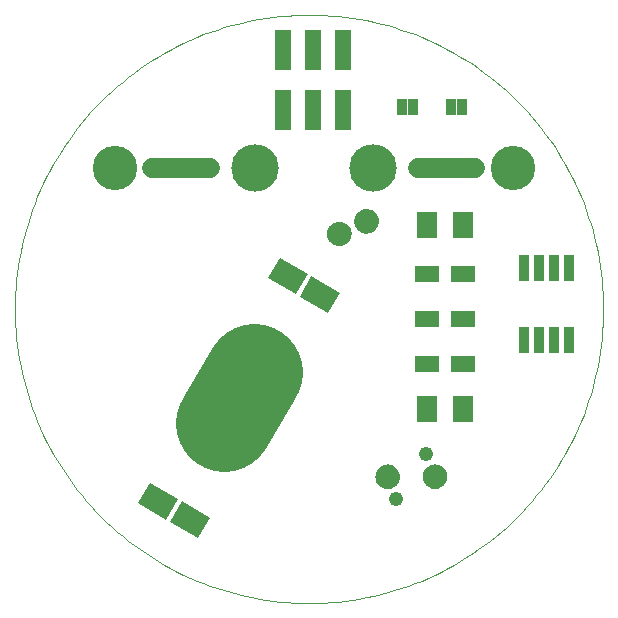
<source format=gbs>
G75*
%MOIN*%
%OFA0B0*%
%FSLAX25Y25*%
%IPPOS*%
%LPD*%
%AMOC8*
5,1,8,0,0,1.08239X$1,22.5*
%
%ADD10C,0.00197*%
%ADD11R,0.03400X0.08800*%
%ADD12C,0.00500*%
%ADD13R,0.07887X0.05524*%
%ADD14R,0.06706X0.08674*%
%ADD15R,0.10800X0.07800*%
%ADD16C,0.32296*%
%ADD17R,0.03300X0.05800*%
%ADD18C,0.15800*%
%ADD19C,0.14800*%
%ADD20C,0.06706*%
%ADD21R,0.05800X0.13800*%
%ADD22C,0.04762*%
D10*
X0003144Y0099925D02*
X0003174Y0102331D01*
X0003262Y0104735D01*
X0003410Y0107137D01*
X0003616Y0109534D01*
X0003881Y0111925D01*
X0004205Y0114309D01*
X0004587Y0116685D01*
X0005028Y0119050D01*
X0005526Y0121404D01*
X0006082Y0123745D01*
X0006695Y0126071D01*
X0007365Y0128382D01*
X0008092Y0130676D01*
X0008874Y0132951D01*
X0009713Y0135206D01*
X0010606Y0137440D01*
X0011554Y0139651D01*
X0012556Y0141839D01*
X0013611Y0144001D01*
X0014719Y0146136D01*
X0015880Y0148244D01*
X0017091Y0150323D01*
X0018353Y0152371D01*
X0019665Y0154388D01*
X0021026Y0156372D01*
X0022436Y0158322D01*
X0023893Y0160237D01*
X0025396Y0162115D01*
X0026945Y0163956D01*
X0028539Y0165759D01*
X0030176Y0167521D01*
X0031857Y0169243D01*
X0033579Y0170924D01*
X0035341Y0172561D01*
X0037144Y0174155D01*
X0038985Y0175704D01*
X0040863Y0177207D01*
X0042778Y0178664D01*
X0044728Y0180074D01*
X0046712Y0181435D01*
X0048729Y0182747D01*
X0050777Y0184009D01*
X0052856Y0185220D01*
X0054964Y0186381D01*
X0057099Y0187489D01*
X0059261Y0188544D01*
X0061449Y0189546D01*
X0063660Y0190494D01*
X0065894Y0191387D01*
X0068149Y0192226D01*
X0070424Y0193008D01*
X0072718Y0193735D01*
X0075029Y0194405D01*
X0077355Y0195018D01*
X0079696Y0195574D01*
X0082050Y0196072D01*
X0084415Y0196513D01*
X0086791Y0196895D01*
X0089175Y0197219D01*
X0091566Y0197484D01*
X0093963Y0197690D01*
X0096365Y0197838D01*
X0098769Y0197926D01*
X0101175Y0197956D01*
X0103581Y0197926D01*
X0105985Y0197838D01*
X0108387Y0197690D01*
X0110784Y0197484D01*
X0113175Y0197219D01*
X0115559Y0196895D01*
X0117935Y0196513D01*
X0120300Y0196072D01*
X0122654Y0195574D01*
X0124995Y0195018D01*
X0127321Y0194405D01*
X0129632Y0193735D01*
X0131926Y0193008D01*
X0134201Y0192226D01*
X0136456Y0191387D01*
X0138690Y0190494D01*
X0140901Y0189546D01*
X0143089Y0188544D01*
X0145251Y0187489D01*
X0147386Y0186381D01*
X0149494Y0185220D01*
X0151573Y0184009D01*
X0153621Y0182747D01*
X0155638Y0181435D01*
X0157622Y0180074D01*
X0159572Y0178664D01*
X0161487Y0177207D01*
X0163365Y0175704D01*
X0165206Y0174155D01*
X0167009Y0172561D01*
X0168771Y0170924D01*
X0170493Y0169243D01*
X0172174Y0167521D01*
X0173811Y0165759D01*
X0175405Y0163956D01*
X0176954Y0162115D01*
X0178457Y0160237D01*
X0179914Y0158322D01*
X0181324Y0156372D01*
X0182685Y0154388D01*
X0183997Y0152371D01*
X0185259Y0150323D01*
X0186470Y0148244D01*
X0187631Y0146136D01*
X0188739Y0144001D01*
X0189794Y0141839D01*
X0190796Y0139651D01*
X0191744Y0137440D01*
X0192637Y0135206D01*
X0193476Y0132951D01*
X0194258Y0130676D01*
X0194985Y0128382D01*
X0195655Y0126071D01*
X0196268Y0123745D01*
X0196824Y0121404D01*
X0197322Y0119050D01*
X0197763Y0116685D01*
X0198145Y0114309D01*
X0198469Y0111925D01*
X0198734Y0109534D01*
X0198940Y0107137D01*
X0199088Y0104735D01*
X0199176Y0102331D01*
X0199206Y0099925D01*
X0199176Y0097519D01*
X0199088Y0095115D01*
X0198940Y0092713D01*
X0198734Y0090316D01*
X0198469Y0087925D01*
X0198145Y0085541D01*
X0197763Y0083165D01*
X0197322Y0080800D01*
X0196824Y0078446D01*
X0196268Y0076105D01*
X0195655Y0073779D01*
X0194985Y0071468D01*
X0194258Y0069174D01*
X0193476Y0066899D01*
X0192637Y0064644D01*
X0191744Y0062410D01*
X0190796Y0060199D01*
X0189794Y0058011D01*
X0188739Y0055849D01*
X0187631Y0053714D01*
X0186470Y0051606D01*
X0185259Y0049527D01*
X0183997Y0047479D01*
X0182685Y0045462D01*
X0181324Y0043478D01*
X0179914Y0041528D01*
X0178457Y0039613D01*
X0176954Y0037735D01*
X0175405Y0035894D01*
X0173811Y0034091D01*
X0172174Y0032329D01*
X0170493Y0030607D01*
X0168771Y0028926D01*
X0167009Y0027289D01*
X0165206Y0025695D01*
X0163365Y0024146D01*
X0161487Y0022643D01*
X0159572Y0021186D01*
X0157622Y0019776D01*
X0155638Y0018415D01*
X0153621Y0017103D01*
X0151573Y0015841D01*
X0149494Y0014630D01*
X0147386Y0013469D01*
X0145251Y0012361D01*
X0143089Y0011306D01*
X0140901Y0010304D01*
X0138690Y0009356D01*
X0136456Y0008463D01*
X0134201Y0007624D01*
X0131926Y0006842D01*
X0129632Y0006115D01*
X0127321Y0005445D01*
X0124995Y0004832D01*
X0122654Y0004276D01*
X0120300Y0003778D01*
X0117935Y0003337D01*
X0115559Y0002955D01*
X0113175Y0002631D01*
X0110784Y0002366D01*
X0108387Y0002160D01*
X0105985Y0002012D01*
X0103581Y0001924D01*
X0101175Y0001894D01*
X0098769Y0001924D01*
X0096365Y0002012D01*
X0093963Y0002160D01*
X0091566Y0002366D01*
X0089175Y0002631D01*
X0086791Y0002955D01*
X0084415Y0003337D01*
X0082050Y0003778D01*
X0079696Y0004276D01*
X0077355Y0004832D01*
X0075029Y0005445D01*
X0072718Y0006115D01*
X0070424Y0006842D01*
X0068149Y0007624D01*
X0065894Y0008463D01*
X0063660Y0009356D01*
X0061449Y0010304D01*
X0059261Y0011306D01*
X0057099Y0012361D01*
X0054964Y0013469D01*
X0052856Y0014630D01*
X0050777Y0015841D01*
X0048729Y0017103D01*
X0046712Y0018415D01*
X0044728Y0019776D01*
X0042778Y0021186D01*
X0040863Y0022643D01*
X0038985Y0024146D01*
X0037144Y0025695D01*
X0035341Y0027289D01*
X0033579Y0028926D01*
X0031857Y0030607D01*
X0030176Y0032329D01*
X0028539Y0034091D01*
X0026945Y0035894D01*
X0025396Y0037735D01*
X0023893Y0039613D01*
X0022436Y0041528D01*
X0021026Y0043478D01*
X0019665Y0045462D01*
X0018353Y0047479D01*
X0017091Y0049527D01*
X0015880Y0051606D01*
X0014719Y0053714D01*
X0013611Y0055849D01*
X0012556Y0058011D01*
X0011554Y0060199D01*
X0010606Y0062410D01*
X0009713Y0064644D01*
X0008874Y0066899D01*
X0008092Y0069174D01*
X0007365Y0071468D01*
X0006695Y0073779D01*
X0006082Y0076105D01*
X0005526Y0078446D01*
X0005028Y0080800D01*
X0004587Y0083165D01*
X0004205Y0085541D01*
X0003881Y0087925D01*
X0003616Y0090316D01*
X0003410Y0092713D01*
X0003262Y0095115D01*
X0003174Y0097519D01*
X0003144Y0099925D01*
D11*
X0172750Y0089400D03*
X0177750Y0089400D03*
X0182750Y0089400D03*
X0187750Y0089400D03*
X0187750Y0113600D03*
X0182750Y0113600D03*
X0177750Y0113600D03*
X0172750Y0113600D03*
D12*
X0123846Y0127727D02*
X0124040Y0128424D01*
X0124095Y0129145D01*
X0124008Y0129864D01*
X0123782Y0130551D01*
X0123466Y0131132D01*
X0123053Y0131649D01*
X0122557Y0132087D01*
X0121993Y0132432D01*
X0121377Y0132674D01*
X0120728Y0132805D01*
X0120067Y0132822D01*
X0119413Y0132723D01*
X0118786Y0132512D01*
X0118213Y0132181D01*
X0117707Y0131755D01*
X0117282Y0131248D01*
X0116952Y0130674D01*
X0116727Y0130052D01*
X0116613Y0129400D01*
X0116614Y0128739D01*
X0116730Y0128088D01*
X0116957Y0127466D01*
X0117330Y0126841D01*
X0117817Y0126301D01*
X0118400Y0125867D01*
X0119056Y0125554D01*
X0119762Y0125375D01*
X0120488Y0125338D01*
X0121208Y0125443D01*
X0121893Y0125686D01*
X0122523Y0126041D01*
X0123072Y0126512D01*
X0123519Y0127082D01*
X0123846Y0127727D01*
X0123793Y0127623D02*
X0116900Y0127623D01*
X0116724Y0128122D02*
X0123956Y0128122D01*
X0124055Y0128620D02*
X0116635Y0128620D01*
X0116614Y0129119D02*
X0124093Y0129119D01*
X0124038Y0129617D02*
X0116651Y0129617D01*
X0116750Y0130116D02*
X0123925Y0130116D01*
X0123748Y0130614D02*
X0116931Y0130614D01*
X0117205Y0131113D02*
X0123476Y0131113D01*
X0123084Y0131611D02*
X0117587Y0131611D01*
X0118129Y0132110D02*
X0122520Y0132110D01*
X0121544Y0132608D02*
X0119072Y0132608D01*
X0113947Y0127518D02*
X0114359Y0127001D01*
X0114675Y0126420D01*
X0114901Y0125733D01*
X0114988Y0125014D01*
X0114933Y0124293D01*
X0114739Y0123596D01*
X0114412Y0122951D01*
X0113966Y0122381D01*
X0113417Y0121910D01*
X0112786Y0121555D01*
X0112101Y0121312D01*
X0111381Y0121207D01*
X0110655Y0121244D01*
X0109950Y0121423D01*
X0109293Y0121736D01*
X0108710Y0122170D01*
X0108223Y0122710D01*
X0107850Y0123335D01*
X0107623Y0123957D01*
X0107507Y0124608D01*
X0107506Y0125269D01*
X0107620Y0125921D01*
X0107846Y0126543D01*
X0108176Y0127116D01*
X0108600Y0127624D01*
X0109106Y0128050D01*
X0109679Y0128381D01*
X0110306Y0128592D01*
X0110960Y0128691D01*
X0111622Y0128674D01*
X0112270Y0128543D01*
X0112886Y0128301D01*
X0113451Y0127956D01*
X0113947Y0127518D01*
X0113828Y0127623D02*
X0108600Y0127623D01*
X0108183Y0127125D02*
X0114260Y0127125D01*
X0114563Y0126626D02*
X0107894Y0126626D01*
X0107695Y0126128D02*
X0114771Y0126128D01*
X0114913Y0125629D02*
X0107569Y0125629D01*
X0107507Y0125131D02*
X0114974Y0125131D01*
X0114959Y0124632D02*
X0107507Y0124632D01*
X0107592Y0124134D02*
X0114889Y0124134D01*
X0114750Y0123635D02*
X0107741Y0123635D01*
X0107969Y0123137D02*
X0114506Y0123137D01*
X0114167Y0122638D02*
X0108288Y0122638D01*
X0108751Y0122140D02*
X0113684Y0122140D01*
X0112939Y0121641D02*
X0109491Y0121641D01*
X0109231Y0128122D02*
X0113179Y0128122D01*
X0111887Y0128620D02*
X0110494Y0128620D01*
X0117161Y0127125D02*
X0123541Y0127125D01*
X0123162Y0126626D02*
X0117524Y0126626D01*
X0118049Y0126128D02*
X0122624Y0126128D01*
X0121733Y0125629D02*
X0118898Y0125629D01*
X0126692Y0047685D02*
X0127350Y0047750D01*
X0128008Y0047683D01*
X0128645Y0047503D01*
X0129240Y0047214D01*
X0129777Y0046827D01*
X0130238Y0046352D01*
X0130609Y0045805D01*
X0130880Y0045201D01*
X0131042Y0044560D01*
X0131090Y0043900D01*
X0131012Y0043181D01*
X0130794Y0042491D01*
X0130446Y0041856D01*
X0129981Y0041302D01*
X0129417Y0040849D01*
X0128775Y0040515D01*
X0128081Y0040313D01*
X0127360Y0040250D01*
X0126635Y0040312D01*
X0125936Y0040513D01*
X0125290Y0040848D01*
X0124722Y0041302D01*
X0124253Y0041858D01*
X0123902Y0042494D01*
X0123681Y0043187D01*
X0123600Y0043910D01*
X0123650Y0044570D01*
X0123814Y0045211D01*
X0124086Y0045814D01*
X0124459Y0046360D01*
X0124921Y0046834D01*
X0125459Y0047219D01*
X0126055Y0047506D01*
X0126692Y0047685D01*
X0125757Y0047363D02*
X0128933Y0047363D01*
X0129725Y0046865D02*
X0124964Y0046865D01*
X0124465Y0046366D02*
X0130224Y0046366D01*
X0130567Y0045868D02*
X0124123Y0045868D01*
X0123885Y0045369D02*
X0130805Y0045369D01*
X0130964Y0044870D02*
X0123727Y0044870D01*
X0123635Y0044372D02*
X0131056Y0044372D01*
X0131087Y0043873D02*
X0123605Y0043873D01*
X0123660Y0043375D02*
X0131033Y0043375D01*
X0130916Y0042876D02*
X0123780Y0042876D01*
X0123966Y0042378D02*
X0130732Y0042378D01*
X0130459Y0041879D02*
X0124241Y0041879D01*
X0124655Y0041381D02*
X0130047Y0041381D01*
X0129458Y0040882D02*
X0125247Y0040882D01*
X0126385Y0040384D02*
X0128324Y0040384D01*
X0139481Y0043187D02*
X0139400Y0043910D01*
X0139450Y0044570D01*
X0139614Y0045211D01*
X0139886Y0045814D01*
X0140259Y0046360D01*
X0140721Y0046834D01*
X0141259Y0047219D01*
X0141855Y0047506D01*
X0142492Y0047685D01*
X0143150Y0047750D01*
X0143808Y0047683D01*
X0144445Y0047503D01*
X0145040Y0047214D01*
X0145577Y0046827D01*
X0146038Y0046352D01*
X0146409Y0045805D01*
X0146680Y0045201D01*
X0146842Y0044560D01*
X0146890Y0043900D01*
X0146812Y0043181D01*
X0146594Y0042491D01*
X0146246Y0041856D01*
X0145781Y0041302D01*
X0145217Y0040849D01*
X0144575Y0040515D01*
X0143881Y0040313D01*
X0143160Y0040250D01*
X0142435Y0040312D01*
X0141736Y0040513D01*
X0141090Y0040848D01*
X0140522Y0041302D01*
X0140053Y0041858D01*
X0139702Y0042494D01*
X0139481Y0043187D01*
X0139460Y0043375D02*
X0146833Y0043375D01*
X0146887Y0043873D02*
X0139405Y0043873D01*
X0139435Y0044372D02*
X0146856Y0044372D01*
X0146764Y0044870D02*
X0139527Y0044870D01*
X0139685Y0045369D02*
X0146605Y0045369D01*
X0146367Y0045868D02*
X0139923Y0045868D01*
X0140265Y0046366D02*
X0146024Y0046366D01*
X0145525Y0046865D02*
X0140764Y0046865D01*
X0141557Y0047363D02*
X0144733Y0047363D01*
X0146716Y0042876D02*
X0139580Y0042876D01*
X0139766Y0042378D02*
X0146532Y0042378D01*
X0146259Y0041879D02*
X0140041Y0041879D01*
X0140455Y0041381D02*
X0145847Y0041381D01*
X0145258Y0040882D02*
X0141047Y0040882D01*
X0142185Y0040384D02*
X0144124Y0040384D01*
D13*
X0140598Y0081500D03*
X0152402Y0081500D03*
X0152402Y0096500D03*
X0140598Y0096500D03*
X0140598Y0111500D03*
X0152402Y0111500D03*
D14*
X0152406Y0127750D03*
X0140594Y0127750D03*
X0140594Y0066500D03*
X0152406Y0066500D03*
D15*
G36*
X0048086Y0041873D02*
X0057438Y0036473D01*
X0053538Y0029719D01*
X0044186Y0035119D01*
X0048086Y0041873D01*
G37*
G36*
X0058655Y0035771D02*
X0068007Y0030371D01*
X0064107Y0023617D01*
X0054755Y0029017D01*
X0058655Y0035771D01*
G37*
G36*
X0101962Y0110781D02*
X0111314Y0105381D01*
X0107414Y0098627D01*
X0098062Y0104027D01*
X0101962Y0110781D01*
G37*
G36*
X0091393Y0116883D02*
X0100745Y0111483D01*
X0096845Y0104729D01*
X0087493Y0110129D01*
X0091393Y0116883D01*
G37*
D16*
X0082671Y0078773D02*
X0072829Y0061727D01*
D17*
X0132228Y0167376D03*
X0135772Y0167376D03*
X0148478Y0167376D03*
X0152022Y0167376D03*
D18*
X0122435Y0147031D03*
X0083065Y0147031D03*
D19*
X0036352Y0147031D03*
X0169148Y0147031D03*
D20*
X0156588Y0147031D02*
X0137494Y0147031D01*
X0068006Y0147031D02*
X0048912Y0147031D01*
D21*
X0092563Y0166313D03*
X0102563Y0166313D03*
X0112563Y0166313D03*
X0112563Y0186313D03*
X0102563Y0186313D03*
X0092563Y0186313D03*
D22*
X0140250Y0051500D03*
X0130250Y0036500D03*
M02*

</source>
